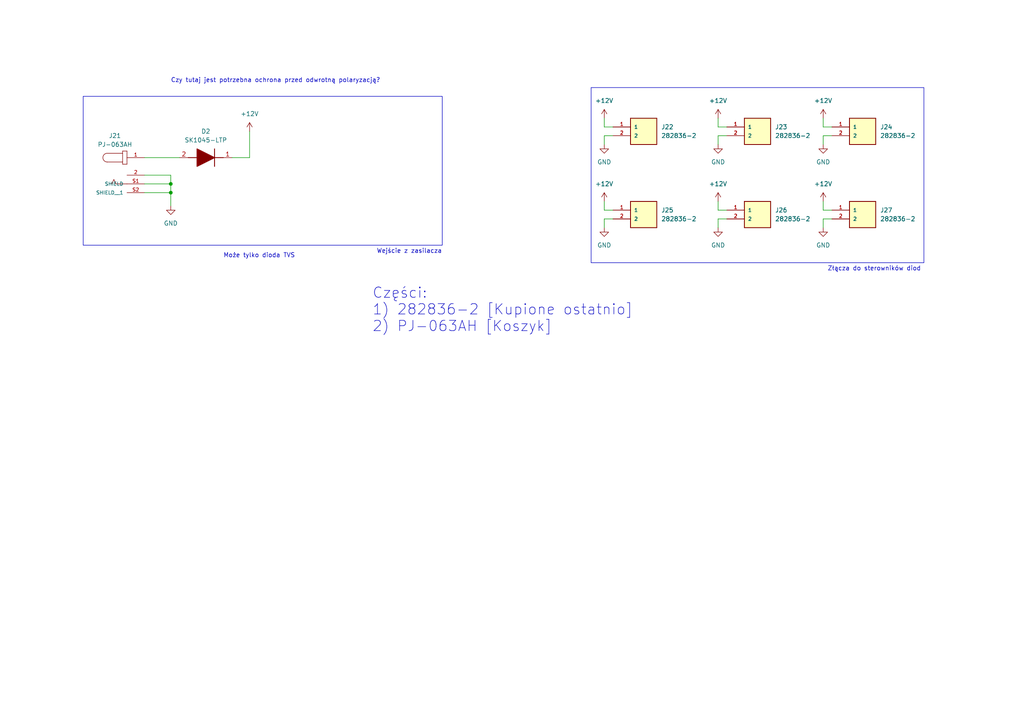
<source format=kicad_sch>
(kicad_sch (version 20230121) (generator eeschema)
  (paper "A4")
  (lib_symbols
    (symbol "282836-2:282836-2" (pin_names (offset 1.016))
      (property "Reference" "J" (at 0 6.35 0))
      (property "Value" "282836-2" (at 0 -5.08 0))
      (symbol "282836-2_0_0"
        (rectangle (start 0 -2.54) (end 7.62 5.08) (stroke (width 0.254)) (fill (type background)))
        (pin passive line (at -5.08 2.54 0) (length 5.08) (name "1") (number "1"))
        (pin passive line (at -5.08 0 0) (length 5.08) (name "2") (number "2"))
      )
    )
    (symbol "PJ-063AH:PJ-063AH" (pin_names (offset 1.016))
      (property "Reference" "J" (at -7.6276 5.0851 0))
      (property "Value" "PJ-063AH" (at -7.6313 -12.715 0))
      (symbol "PJ-063AH_0_0"
        (arc (start -5.715 3.81) (mid -6.9795 2.54) (end -5.715 1.27) (stroke (width 0.1524)))
        (polyline (pts (xy -5.715 3.81) (xy -1.27 3.81)) (stroke (width 0.1524)))
        (polyline (pts (xy -3.81 -3.81) (xy -4.445 -5.08)) (stroke (width 0.1524)))
        (polyline (pts (xy -3.175 -5.08) (xy -3.81 -3.81)) (stroke (width 0.1524)))
        (polyline (pts (xy -1.27 0.635) (xy 0 0.635)) (stroke (width 0.1524)))
        (polyline (pts (xy -1.27 1.27) (xy -5.715 1.27)) (stroke (width 0.1524)))
        (polyline (pts (xy -1.27 1.27) (xy -1.27 0.635)) (stroke (width 0.1524)))
        (polyline (pts (xy -1.27 3.81) (xy -1.27 1.27)) (stroke (width 0.1524)))
        (polyline (pts (xy -1.27 4.445) (xy -1.27 3.81)) (stroke (width 0.1524)))
        (polyline (pts (xy 0 -5.08) (xy -3.175 -5.08)) (stroke (width 0.1524)))
        (polyline (pts (xy 0 0.635) (xy 0 4.445)) (stroke (width 0.1524)))
        (polyline (pts (xy 0 4.445) (xy -1.27 4.445)) (stroke (width 0.1524)))
        (pin passive line (at 5.08 2.54 180) (length 5.08) (name "~") (number "1"))
        (pin passive line (at 5.08 -2.54 180) (length 5.08) (name "~") (number "2"))
        (pin power_in line (at 5.08 -5.08 180) (length 5.08) (name "SHIELD") (number "S1"))
        (pin power_in line (at 5.08 -7.62 180) (length 5.08) (name "SHIELD__1") (number "S2"))
      )
    )
    (symbol "SK1045-LTP:SK1045-LTP" (pin_names hide)
      (property "Reference" "D" (at 11.43 5.08 0))
      (property "Value" "SK1045-LTP" (at 11.43 2.54 0))
      (symbol "SK1045-LTP_1_1"
        (polyline (pts (xy 2.54 0) (xy 5.08 0)) (stroke (width 0.254)))
        (polyline (pts (xy 5.08 2.54) (xy 5.08 -2.54)) (stroke (width 0.254)))
        (polyline (pts (xy 10.16 0) (xy 12.7 0)) (stroke (width 0.254)))
        (polyline (pts (xy 5.08 0) (xy 10.16 2.54) (xy 10.16 -2.54) (xy 5.08 0)) (stroke (width 0.254)) (fill (type outline)))
        (pin passive line (at 0 0 0) (length 2.54) (name "K") (number "1"))
        (pin passive line (at 15.24 0 180) (length 2.54) (name "A") (number "2"))
      )
    )
    (symbol "power:+12V" (power) (pin_names (offset 0))
      (property "Value" "+12V" (at 0 3.556 0))
      (symbol "+12V_0_1"
        (polyline (pts (xy -0.762 1.27) (xy 0 2.54)))
        (polyline (pts (xy 0 0) (xy 0 2.54)))
        (polyline (pts (xy 0 2.54) (xy 0.762 1.27)))
      )
      (symbol "+12V_1_1"
        (pin power_in line (at 0 0 90) (length 0) hide (name "+12V") (number "1"))
      )
    )
    (symbol "power:GND" (power) (pin_names (offset 0))
      (property "Value" "GND" (at 0 -3.81 0))
      (symbol "GND_0_1"
        (polyline (pts (xy 0 0) (xy 0 -1.27) (xy 1.27 -1.27) (xy 0 -2.54) (xy -1.27 -1.27) (xy 0 -1.27)))
      )
      (symbol "GND_1_1"
        (pin power_in line (at 0 0 270) (length 0) hide (name "GND") (number "1"))
      )
    )
  )
  (junction (at 49.53 53.34))
  (junction (at 49.53 55.88))
  (wire (pts (xy 49.53 53.34) (xy 49.53 55.88)))
  (wire (pts (xy 208.28 39.37) (xy 210.82 39.37)))
  (wire (pts (xy 238.76 60.96) (xy 238.76 58.42)))
  (wire (pts (xy 238.76 63.5) (xy 241.3 63.5)))
  (wire (pts (xy 41.91 45.72) (xy 52.07 45.72)))
  (wire (pts (xy 41.91 53.34) (xy 49.53 53.34)))
  (wire (pts (xy 41.91 50.8) (xy 49.53 50.8)))
  (wire (pts (xy 175.26 60.96) (xy 175.26 58.42)))
  (wire (pts (xy 241.3 60.96) (xy 238.76 60.96)))
  (wire (pts (xy 208.28 60.96) (xy 208.28 58.42)))
  (wire (pts (xy 175.26 63.5) (xy 177.8 63.5)))
  (wire (pts (xy 210.82 36.83) (xy 208.28 36.83)))
  (wire (pts (xy 177.8 36.83) (xy 175.26 36.83)))
  (wire (pts (xy 208.28 63.5) (xy 210.82 63.5)))
  (wire (pts (xy 175.26 39.37) (xy 177.8 39.37)))
  (wire (pts (xy 175.26 36.83) (xy 175.26 34.29)))
  (wire (pts (xy 241.3 36.83) (xy 238.76 36.83)))
  (wire (pts (xy 41.91 55.88) (xy 49.53 55.88)))
  (wire (pts (xy 210.82 60.96) (xy 208.28 60.96)))
  (wire (pts (xy 208.28 66.04) (xy 208.28 63.5)))
  (wire (pts (xy 208.28 41.91) (xy 208.28 39.37)))
  (wire (pts (xy 72.39 45.72) (xy 72.39 38.1)))
  (wire (pts (xy 238.76 39.37) (xy 241.3 39.37)))
  (wire (pts (xy 49.53 55.88) (xy 49.53 59.69)))
  (wire (pts (xy 175.26 66.04) (xy 175.26 63.5)))
  (wire (pts (xy 49.53 50.8) (xy 49.53 53.34)))
  (wire (pts (xy 175.26 41.91) (xy 175.26 39.37)))
  (wire (pts (xy 177.8 60.96) (xy 175.26 60.96)))
  (wire (pts (xy 238.76 66.04) (xy 238.76 63.5)))
  (wire (pts (xy 208.28 36.83) (xy 208.28 34.29)))
  (wire (pts (xy 238.76 36.83) (xy 238.76 34.29)))
  (wire (pts (xy 67.31 45.72) (xy 72.39 45.72)))
  (wire (pts (xy 238.76 41.91) (xy 238.76 39.37)))
  (rectangle (start 171.45 25.4) (end 267.97 76.2))
  (rectangle (start 24.13 27.94) (end 128.27 71.12))
  (text "Wejście z zasilacza" (at 109.22 73.66 0) (effects (font (size 1.27 1.27)) (justify left bottom)))
  (text "Może tylko dioda TVS" (at 64.77 74.93 0) (effects (font (size 1.27 1.27)) (justify left bottom)))
  (text "Złącza do sterowników diod" (at 240.03 78.74 0) (effects (font (size 1.27 1.27)) (justify left bottom)))
  (text "Części:\n1) 282836-2 [Kupione ostatnio]\n2) PJ-063AH [Koszyk] " (at 107.95 96.52 0) (effects (font (size 3 3)) (justify left bottom)))
  (text "Czy tutaj jest potrzebna ochrona przed odwrotną polaryzacją?" (at 49.53 24.13 0) (effects (font (size 1.27 1.27)) (justify left bottom)))
  (symbol (lib_id "282836-2:282836-2") (at 215.9 63.5 0) (unit 1)
    (property "Reference" "J26" (at 224.79 60.96 0) (effects (justify left)))
    (property "Value" "282836-2" (at 224.79 63.5 0) (effects (justify left)))
    (property "Footprint" "282836_2:TE_282836-2" (effects hide))
    (property "Comment" "282836-2" (effects hide))
    (property "MF" "TE Connectivity" (effects hide))
    (property "Purchase-URL" "https://pricing.snapeda.com/search/part/282836-2/?ref=eda" (effects hide))
    (property "Package" "None" (effects hide))
    (property "Price" "None" (effects hide))
    (property "MP" "282836-2" (effects hide))
    (property "Availability" "In Stock" (effects hide))
    (property "Description" "Connector, Terminal Block; Wire Receptacle; 2 Pos.; 16-30 AWG; 0.197 in. CL; Sid" (effects hide))
  )
  (symbol (lib_id "SK1045-LTP:SK1045-LTP") (at 67.31 45.72 180) (unit 1)
    (property "Reference" "D2" (at 59.69 38.1 0))
    (property "Value" "SK1045-LTP" (at 59.69 40.64 0))
    (property "Footprint" "DIOM7959X262N" (effects hide))
    (property "Datasheet" "https://www.mccsemi.com/pdf/Products/SK1045-L(DO-214AB).pdf" (effects hide))
    (property "Height" "2.62" (effects hide))
    (property "Mouser Part Number" "833-SK1045-LTP" (effects hide))
    (property "Mouser Price/Stock" "https://www.mouser.co.uk/ProductDetail/Micro-Commercial-Components-MCC/SK1045-LTP?qs=aP1CjGhiNiEt8z%252BW1kWzBQ%3D%3D" (effects hide))
    (property "Manufacturer_Name" "MCC" (effects hide))
    (property "Manufacturer_Part_Number" "SK1045-LTP" (effects hide))
  )
  (symbol (lib_id "power:+12V") (at 72.39 38.1 0) (unit 1)
    (property "Reference" "#PWR073" (effects hide))
    (property "Value" "+12V" (at 72.39 33.02 0))
    (instances (project "Main-board" (path "" (reference "#PWR073") (unit 1)) (path "" (reference "#PWR083") (unit 1))))
  )
  (symbol (lib_id "power:+12V") (at 175.26 34.29 0) (unit 1)
    (property "Reference" "#PWR073" (effects hide))
    (property "Value" "+12V" (at 175.26 29.21 0))
    (instances (project "Main-board" (path "" (reference "#PWR073") (unit 1)) (path "" (reference "#PWR085") (unit 1))))
  )
  (symbol (lib_id "power:GND") (at 208.28 66.04 0) (unit 1)
    (property "Reference" "#PWR012" (effects hide))
    (property "Value" "GND" (at 208.28 71.12 0))
    (instances (project "Main-board" (path "" (reference "#PWR012") (unit 1)) (path "" (reference "#PWR071") (unit 1)) (path "" (reference "#PWR075") (unit 1)) (path "" (reference "#PWR094") (unit 1))))
  )
  (symbol (lib_id "power:GND") (at 208.28 41.91 0) (unit 1)
    (property "Reference" "#PWR012" (effects hide))
    (property "Value" "GND" (at 208.28 46.99 0))
    (instances (project "Main-board" (path "" (reference "#PWR012") (unit 1)) (path "" (reference "#PWR071") (unit 1)) (path "" (reference "#PWR075") (unit 1)) (path "" (reference "#PWR088") (unit 1))))
  )
  (symbol (lib_id "282836-2:282836-2") (at 246.38 39.37 0) (unit 1)
    (property "Reference" "J24" (at 255.27 36.83 0) (effects (justify left)))
    (property "Value" "282836-2" (at 255.27 39.37 0) (effects (justify left)))
    (property "Footprint" "282836_2:TE_282836-2" (effects hide))
    (property "Comment" "282836-2" (effects hide))
    (property "MF" "TE Connectivity" (effects hide))
    (property "Purchase-URL" "https://pricing.snapeda.com/search/part/282836-2/?ref=eda" (effects hide))
    (property "Package" "None" (effects hide))
    (property "Price" "None" (effects hide))
    (property "MP" "282836-2" (effects hide))
    (property "Availability" "In Stock" (effects hide))
    (property "Description" "Connector, Terminal Block; Wire Receptacle; 2 Pos.; 16-30 AWG; 0.197 in. CL; Sid" (effects hide))
  )
  (symbol (lib_id "power:GND") (at 238.76 66.04 0) (unit 1)
    (property "Reference" "#PWR012" (effects hide))
    (property "Value" "GND" (at 238.76 71.12 0))
    (instances (project "Main-board" (path "" (reference "#PWR012") (unit 1)) (path "" (reference "#PWR071") (unit 1)) (path "" (reference "#PWR075") (unit 1)) (path "" (reference "#PWR096") (unit 1))))
  )
  (symbol (lib_id "PJ-063AH:PJ-063AH") (at 36.83 48.26 0) (unit 1)
    (property "Reference" "J21" (at 33.3402 39.37 0))
    (property "Value" "PJ-063AH" (at 33.3402 41.91 0))
    (property "Footprint" "PJ_063AH:CUI_PJ-063AH" (effects hide))
    (property "PARTREV" "1.02" (effects hide))
    (property "MANUFACTURER" "CUI INC" (effects hide))
    (property "STANDARD" "Manufacturer recommendations" (effects hide))
  )
  (symbol (lib_id "power:+12V") (at 208.28 58.42 0) (unit 1)
    (property "Reference" "#PWR073" (effects hide))
    (property "Value" "+12V" (at 208.28 53.34 0))
    (instances (project "Main-board" (path "" (reference "#PWR073") (unit 1)) (path "" (reference "#PWR093") (unit 1))))
  )
  (symbol (lib_id "power:+12V") (at 208.28 34.29 0) (unit 1)
    (property "Reference" "#PWR073" (effects hide))
    (property "Value" "+12V" (at 208.28 29.21 0))
    (instances (project "Main-board" (path "" (reference "#PWR073") (unit 1)) (path "" (reference "#PWR087") (unit 1))))
  )
  (symbol (lib_id "power:GND") (at 49.53 59.69 0) (unit 1)
    (property "Reference" "#PWR012" (effects hide))
    (property "Value" "GND" (at 49.53 64.77 0))
    (instances (project "Main-board" (path "" (reference "#PWR012") (unit 1)) (path "" (reference "#PWR071") (unit 1)) (path "" (reference "#PWR075") (unit 1)) (path "" (reference "#PWR084") (unit 1))))
  )
  (symbol (lib_id "power:+12V") (at 238.76 34.29 0) (unit 1)
    (property "Reference" "#PWR073" (effects hide))
    (property "Value" "+12V" (at 238.76 29.21 0))
    (instances (project "Main-board" (path "" (reference "#PWR073") (unit 1)) (path "" (reference "#PWR089") (unit 1))))
  )
  (symbol (lib_id "282836-2:282836-2") (at 182.88 39.37 0) (unit 1)
    (property "Reference" "J22" (at 191.77 36.83 0) (effects (justify left)))
    (property "Value" "282836-2" (at 191.77 39.37 0) (effects (justify left)))
    (property "Footprint" "282836_2:TE_282836-2" (effects hide))
    (property "Comment" "282836-2" (effects hide))
    (property "MF" "TE Connectivity" (effects hide))
    (property "Purchase-URL" "https://pricing.snapeda.com/search/part/282836-2/?ref=eda" (effects hide))
    (property "Package" "None" (effects hide))
    (property "Price" "None" (effects hide))
    (property "MP" "282836-2" (effects hide))
    (property "Availability" "In Stock" (effects hide))
    (property "Description" "Connector, Terminal Block; Wire Receptacle; 2 Pos.; 16-30 AWG; 0.197 in. CL; Sid" (effects hide))
  )
  (symbol (lib_id "power:+12V") (at 175.26 58.42 0) (unit 1)
    (property "Reference" "#PWR073" (effects hide))
    (property "Value" "+12V" (at 175.26 53.34 0))
    (instances (project "Main-board" (path "" (reference "#PWR073") (unit 1)) (path "" (reference "#PWR091") (unit 1))))
  )
  (symbol (lib_id "282836-2:282836-2") (at 246.38 63.5 0) (unit 1)
    (property "Reference" "J27" (at 255.27 60.96 0) (effects (justify left)))
    (property "Value" "282836-2" (at 255.27 63.5 0) (effects (justify left)))
    (property "Footprint" "282836_2:TE_282836-2" (effects hide))
    (property "Comment" "282836-2" (effects hide))
    (property "MF" "TE Connectivity" (effects hide))
    (property "Purchase-URL" "https://pricing.snapeda.com/search/part/282836-2/?ref=eda" (effects hide))
    (property "Package" "None" (effects hide))
    (property "Price" "None" (effects hide))
    (property "MP" "282836-2" (effects hide))
    (property "Availability" "In Stock" (effects hide))
    (property "Description" "Connector, Terminal Block; Wire Receptacle; 2 Pos.; 16-30 AWG; 0.197 in. CL; Sid" (effects hide))
  )
  (symbol (lib_id "power:+12V") (at 238.76 58.42 0) (unit 1)
    (property "Reference" "#PWR073" (effects hide))
    (property "Value" "+12V" (at 238.76 53.34 0))
    (instances (project "Main-board" (path "" (reference "#PWR073") (unit 1)) (path "" (reference "#PWR095") (unit 1))))
  )
  (symbol (lib_id "282836-2:282836-2") (at 215.9 39.37 0) (unit 1)
    (property "Reference" "J23" (at 224.79 36.83 0) (effects (justify left)))
    (property "Value" "282836-2" (at 224.79 39.37 0) (effects (justify left)))
    (property "Footprint" "282836_2:TE_282836-2" (effects hide))
    (property "Comment" "282836-2" (effects hide))
    (property "MF" "TE Connectivity" (effects hide))
    (property "Purchase-URL" "https://pricing.snapeda.com/search/part/282836-2/?ref=eda" (effects hide))
    (property "Package" "None" (effects hide))
    (property "Price" "None" (effects hide))
    (property "MP" "282836-2" (effects hide))
    (property "Availability" "In Stock" (effects hide))
    (property "Description" "Connector, Terminal Block; Wire Receptacle; 2 Pos.; 16-30 AWG; 0.197 in. CL; Sid" (effects hide))
  )
  (symbol (lib_id "power:GND") (at 238.76 41.91 0) (unit 1)
    (property "Reference" "#PWR012" (effects hide))
    (property "Value" "GND" (at 238.76 46.99 0))
    (instances (project "Main-board" (path "" (reference "#PWR012") (unit 1)) (path "" (reference "#PWR071") (unit 1)) (path "" (reference "#PWR075") (unit 1)) (path "" (reference "#PWR090") (unit 1))))
  )
  (symbol (lib_id "282836-2:282836-2") (at 182.88 63.5 0) (unit 1)
    (property "Reference" "J25" (at 191.77 60.96 0) (effects (justify left)))
    (property "Value" "282836-2" (at 191.77 63.5 0) (effects (justify left)))
    (property "Footprint" "282836_2:TE_282836-2" (effects hide))
    (property "Comment" "282836-2" (effects hide))
    (property "MF" "TE Connectivity" (effects hide))
    (property "Purchase-URL" "https://pricing.snapeda.com/search/part/282836-2/?ref=eda" (effects hide))
    (property "Package" "None" (effects hide))
    (property "Price" "None" (effects hide))
    (property "MP" "282836-2" (effects hide))
    (property "Availability" "In Stock" (effects hide))
    (property "Description" "Connector, Terminal Block; Wire Receptacle; 2 Pos.; 16-30 AWG; 0.197 in. CL; Sid" (effects hide))
  )
  (symbol (lib_id "power:GND") (at 175.26 66.04 0) (unit 1)
    (property "Reference" "#PWR012" (effects hide))
    (property "Value" "GND" (at 175.26 71.12 0))
    (instances (project "Main-board" (path "" (reference "#PWR012") (unit 1)) (path "" (reference "#PWR071") (unit 1)) (path "" (reference "#PWR075") (unit 1)) (path "" (reference "#PWR092") (unit 1))))
  )
  (symbol (lib_id "power:GND") (at 175.26 41.91 0) (unit 1)
    (property "Reference" "#PWR012" (effects hide))
    (property "Value" "GND" (at 175.26 46.99 0))
    (instances (project "Main-board" (path "" (reference "#PWR012") (unit 1)) (path "" (reference "#PWR071") (unit 1)) (path "" (reference "#PWR075") (unit 1)) (path "" (reference "#PWR086") (unit 1))))
  )
)
</source>
